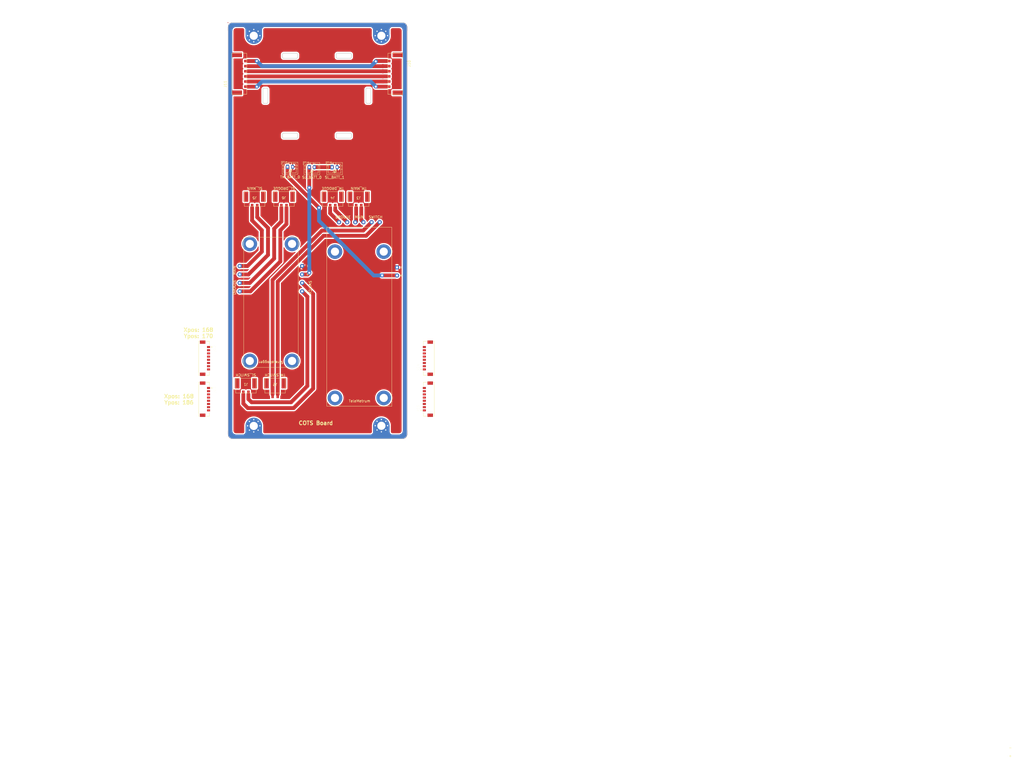
<source format=kicad_pcb>
(kicad_pcb (version 20171130) (host pcbnew "(5.1.7)-1")
  (layers (0 F.Cu signal) (31 B.Cu signal) (34 B.Paste user) (35 F.Paste user) (36 B.SilkS user) (37 F.SilkS user) (38 B.Mask user) (39 F.Mask user) (44 Edge.Cuts user))
  (net 0 "")
  (net 1 SL_POWER_NEGATIVE)
  (net 2 SL_POWER_POSITIVE)
  (net 3 "Net-(A1-Pad2)")
  (net 4 "Net-(A1-Pad1)")
  (net 5 "Net-(A1-Pad8)")
  (net 6 "Net-(A1-Pad7)")
  (net 7 "Net-(A1-Pad6)")
  (net 8 "Net-(A1-Pad5)")
  (net 9 TM_POWER_POSITIVE)
  (net 10 "Net-(A2-Pad8)")
  (net 11 "Net-(A2-Pad7)")
  (net 12 "Net-(A2-Pad6)")
  (net 13 "Net-(A2-Pad5)")
  (net 14 "Net-(A2-Pad4)")
  (net 15 "Net-(A2-Pad3)")
  (net 16 "Net-(J1-Pad4)")
  (net 17 "Net-(J1-Pad3)")
  (net 18 "Net-(J2-Pad4)")
  (net 19 "Net-(J2-Pad3)")
  (net 20 "Net-(J3-Pad4)")
  (net 21 "Net-(J3-Pad3)")
  (net 22 "Net-(J4-Pad4)")
  (net 23 "Net-(J4-Pad3)")
  (net 24 "Net-(J5-Pad4)")
  (net 25 "Net-(J5-Pad3)")
  (net 26 "Net-(J6-Pad4)")
  (net 27 "Net-(J6-Pad3)")
  (net 28 "Net-(J7-Pad2)")
  (net 29 "Net-(J10-Pad6)")
  (net 30 "Net-(J10-Pad5)")
  (net 31 "Net-(J10-Pad4)")
  (net 32 "Net-(J10-Pad3)")
  (net 33 "Net-(J10-PadP2)")
  (net 34 "Net-(J10-PadP1)")
  (net 35 "Net-(J10-Pad2)")
  (net 36 "Net-(J10-Pad1)")
  (net 37 "Net-(J11-PadP2)")
  (net 38 "Net-(J11-PadP1)")
  (net 39 "Net-(J12-PadP2)")
  (net 40 "Net-(J12-PadP1)")
  (net 41 "Net-(J12-Pad8)")
  (net 42 "Net-(J12-Pad7)")
  (net 43 "Net-(J12-Pad6)")
  (net 44 "Net-(J12-Pad5)")
  (net 45 "Net-(J12-Pad4)")
  (net 46 "Net-(J12-Pad3)")
  (net 47 "Net-(J12-Pad2)")
  (net 48 "Net-(J12-Pad1)")
  (net 49 "Net-(J13-PadP2)")
  (net 50 "Net-(J13-PadP1)")
  (net 51 "Net-(J13-Pad8)")
  (net 52 "Net-(J13-Pad7)")
  (net 53 "Net-(J13-Pad6)")
  (net 54 "Net-(J13-Pad5)")
  (net 55 "Net-(J13-Pad4)")
  (net 56 "Net-(J13-Pad3)")
  (net 57 "Net-(J13-Pad2)")
  (net 58 "Net-(J13-Pad1)")
  (net 59 "Net-(J14-PadP2)")
  (net 60 "Net-(J14-PadP1)")
  (net 61 "Net-(J15-PadP2)")
  (net 62 "Net-(J15-PadP1)")
  (module "" (layer F.Cu) (at 232.25 137.5)
    (fp_text reference "" (at 242.78 186) (layer F.SilkS) (effects (font (size 1.27 1.27))))
    (fp_text value "" (at 242.78 186) (layer F.SilkS) (effects (font (size 1.27 1.27))))
    (fp_text user - (at 237.666 184.6511 -180) (layer F.SilkS))
    (fp_text user + (at 237.666 187.8261 -180) (layer F.SilkS))
  )
  (module "Molex 8 Circuit 1.25mm:MOLEX_505567-0871" (layer F.Cu) (at 242.78 186 90)
    (fp_text reference J15 (at -3.62924 -4.18989 90) (layer F.SilkS) (effects (font (size 1.001165 1.001165) (thickness 0.015))))
    (fp_text value 505567-0871)
    (pad P2 smd rect (at -6.275 0.545 90) (size 1.3 2.15) (layers F.Cu F.Paste F.Mask) (net 61 "Net-(J15-PadP2)"))
    (pad P1 smd rect (at 6.275 0.545 90) (size 1.3 2.15) (layers F.Cu F.Paste F.Mask) (net 62 "Net-(J15-PadP1)"))
    (pad 8 smd rect (at 4.375 -1.75 90) (size 0.8 1.2) (layers F.Cu F.Paste F.Mask) (net 51 "Net-(J13-Pad8)"))
    (pad 7 smd rect (at 3.125 -1.75 90) (size 0.8 1.2) (layers F.Cu F.Paste F.Mask) (net 52 "Net-(J13-Pad7)"))
    (pad 6 smd rect (at 1.875 -1.75 90) (size 0.8 1.2) (layers F.Cu F.Paste F.Mask) (net 53 "Net-(J13-Pad6)"))
    (pad 5 smd rect (at 0.625 -1.75 90) (size 0.8 1.2) (layers F.Cu F.Paste F.Mask) (net 54 "Net-(J13-Pad5)"))
    (pad 4 smd rect (at -0.625 -1.75 90) (size 0.8 1.2) (layers F.Cu F.Paste F.Mask) (net 55 "Net-(J13-Pad4)"))
    (pad 3 smd rect (at -1.875 -1.75 90) (size 0.8 1.2) (layers F.Cu F.Paste F.Mask) (net 56 "Net-(J13-Pad3)"))
    (pad 2 smd rect (at -3.125 -1.75 90) (size 0.8 1.2) (layers F.Cu F.Paste F.Mask) (net 57 "Net-(J13-Pad2)"))
    (pad 1 smd rect (at -4.375 -1.75 90) (size 0.8 1.2) (layers F.Cu F.Paste F.Mask) (net 58 "Net-(J13-Pad1)"))
  )
  (module "Molex 8 Circuit 1.25mm:MOLEX_505567-0871" (layer F.Cu) (at 242.78 170 90)
    (fp_text reference J14 (at -3.62924 -4.18989 90) (layer F.SilkS) (effects (font (size 1.001165 1.001165) (thickness 0.015))))
    (fp_text value 505567-0871)
    (pad P2 smd rect (at -6.275 0.545 90) (size 1.3 2.15) (layers F.Cu F.Paste F.Mask) (net 59 "Net-(J14-PadP2)"))
    (pad P1 smd rect (at 6.275 0.545 90) (size 1.3 2.15) (layers F.Cu F.Paste F.Mask) (net 60 "Net-(J14-PadP1)"))
    (pad 8 smd rect (at 4.375 -1.75 90) (size 0.8 1.2) (layers F.Cu F.Paste F.Mask) (net 41 "Net-(J12-Pad8)"))
    (pad 7 smd rect (at 3.125 -1.75 90) (size 0.8 1.2) (layers F.Cu F.Paste F.Mask) (net 42 "Net-(J12-Pad7)"))
    (pad 6 smd rect (at 1.875 -1.75 90) (size 0.8 1.2) (layers F.Cu F.Paste F.Mask) (net 43 "Net-(J12-Pad6)"))
    (pad 5 smd rect (at 0.625 -1.75 90) (size 0.8 1.2) (layers F.Cu F.Paste F.Mask) (net 44 "Net-(J12-Pad5)"))
    (pad 4 smd rect (at -0.625 -1.75 90) (size 0.8 1.2) (layers F.Cu F.Paste F.Mask) (net 45 "Net-(J12-Pad4)"))
    (pad 3 smd rect (at -1.875 -1.75 90) (size 0.8 1.2) (layers F.Cu F.Paste F.Mask) (net 46 "Net-(J12-Pad3)"))
    (pad 2 smd rect (at -3.125 -1.75 90) (size 0.8 1.2) (layers F.Cu F.Paste F.Mask) (net 47 "Net-(J12-Pad2)"))
    (pad 1 smd rect (at -4.375 -1.75 90) (size 0.8 1.2) (layers F.Cu F.Paste F.Mask) (net 48 "Net-(J12-Pad1)"))
  )
  (module "Molex 8 Circuit 1.25mm:MOLEX_505567-0871" (layer F.Cu) (at 154.98 186 270)
    (fp_text reference J13 (at -3.62924 -4.18989 90) (layer F.SilkS) (effects (font (size 1.001165 1.001165) (thickness 0.015))))
    (fp_text value 505567-0871)
    (pad P2 smd rect (at -6.275 0.545 270) (size 1.3 2.15) (layers F.Cu F.Paste F.Mask) (net 49 "Net-(J13-PadP2)"))
    (pad P1 smd rect (at 6.275 0.545 270) (size 1.3 2.15) (layers F.Cu F.Paste F.Mask) (net 50 "Net-(J13-PadP1)"))
    (pad 8 smd rect (at 4.375 -1.75 270) (size 0.8 1.2) (layers F.Cu F.Paste F.Mask) (net 51 "Net-(J13-Pad8)"))
    (pad 7 smd rect (at 3.125 -1.75 270) (size 0.8 1.2) (layers F.Cu F.Paste F.Mask) (net 52 "Net-(J13-Pad7)"))
    (pad 6 smd rect (at 1.875 -1.75 270) (size 0.8 1.2) (layers F.Cu F.Paste F.Mask) (net 53 "Net-(J13-Pad6)"))
    (pad 5 smd rect (at 0.625 -1.75 270) (size 0.8 1.2) (layers F.Cu F.Paste F.Mask) (net 54 "Net-(J13-Pad5)"))
    (pad 4 smd rect (at -0.625 -1.75 270) (size 0.8 1.2) (layers F.Cu F.Paste F.Mask) (net 55 "Net-(J13-Pad4)"))
    (pad 3 smd rect (at -1.875 -1.75 270) (size 0.8 1.2) (layers F.Cu F.Paste F.Mask) (net 56 "Net-(J13-Pad3)"))
    (pad 2 smd rect (at -3.125 -1.75 270) (size 0.8 1.2) (layers F.Cu F.Paste F.Mask) (net 57 "Net-(J13-Pad2)"))
    (pad 1 smd rect (at -4.375 -1.75 270) (size 0.8 1.2) (layers F.Cu F.Paste F.Mask) (net 58 "Net-(J13-Pad1)"))
  )
  (module "Molex 8 Circuit 1.25mm:MOLEX_505567-0871" (layer F.Cu) (at 154.98 170 270)
    (fp_text reference J12 (at -3.62924 -4.18989 90) (layer F.SilkS) (effects (font (size 1.001165 1.001165) (thickness 0.015))))
    (fp_text value 505567-0871)
    (pad P2 smd rect (at -6.275 0.545 270) (size 1.3 2.15) (layers F.Cu F.Paste F.Mask) (net 39 "Net-(J12-PadP2)"))
    (pad P1 smd rect (at 6.275 0.545 270) (size 1.3 2.15) (layers F.Cu F.Paste F.Mask) (net 40 "Net-(J12-PadP1)"))
    (pad 8 smd rect (at 4.375 -1.75 270) (size 0.8 1.2) (layers F.Cu F.Paste F.Mask) (net 41 "Net-(J12-Pad8)"))
    (pad 7 smd rect (at 3.125 -1.75 270) (size 0.8 1.2) (layers F.Cu F.Paste F.Mask) (net 42 "Net-(J12-Pad7)"))
    (pad 6 smd rect (at 1.875 -1.75 270) (size 0.8 1.2) (layers F.Cu F.Paste F.Mask) (net 43 "Net-(J12-Pad6)"))
    (pad 5 smd rect (at 0.625 -1.75 270) (size 0.8 1.2) (layers F.Cu F.Paste F.Mask) (net 44 "Net-(J12-Pad5)"))
    (pad 4 smd rect (at -0.625 -1.75 270) (size 0.8 1.2) (layers F.Cu F.Paste F.Mask) (net 45 "Net-(J12-Pad4)"))
    (pad 3 smd rect (at -1.875 -1.75 270) (size 0.8 1.2) (layers F.Cu F.Paste F.Mask) (net 46 "Net-(J12-Pad3)"))
    (pad 2 smd rect (at -3.125 -1.75 270) (size 0.8 1.2) (layers F.Cu F.Paste F.Mask) (net 47 "Net-(J12-Pad2)"))
    (pad 1 smd rect (at -4.375 -1.75 270) (size 0.8 1.2) (layers F.Cu F.Paste F.Mask) (net 48 "Net-(J12-Pad1)"))
  )
  (module COTS_Altimeters:TeleMetrum (layer F.Cu) (at 215.646 153.797 270)
    (fp_text reference A2)
    (fp_text value TeleMetrum (at 32.925 -0.0508 180) (layer F.SilkS))
    (fp_text user - (at -19.2659 -16.29 90) (layer F.SilkS))
    (fp_text user + (at -16.0909 -16.29 90) (layer F.SilkS))
    (fp_text user DROGUE (at -38.925 6.35 180) (layer F.SilkS))
    (fp_text user MAIN (at -38.925 0 180) (layer F.SilkS))
    (fp_text user SWITCH (at -38.925 -6.35 180) (layer F.SilkS))
    (pad ~ thru_hole circle (at 31.7246 9.525 270) (size 3.6 3.6) (drill 3.2) (layers *.Cu *.Mask))
    (pad ~ connect circle (at 31.7246 9.525 270) (size 5.7 5.7) (layers F.Cu F.Mask))
    (pad ~ connect circle (at 31.7246 9.525 270) (size 5.7 5.7) (layers B.Cu B.Mask))
    (pad ~ thru_hole circle (at 31.7246 -9.525 270) (size 3.6 3.6) (drill 3.2) (layers *.Cu *.Mask))
    (pad ~ connect circle (at 31.7246 -9.525 270) (size 5.7 5.7) (layers F.Cu F.Mask))
    (pad ~ connect circle (at 31.7246 -9.525 270) (size 5.7 5.7) (layers B.Cu B.Mask))
    (pad ~ connect circle (at -25.4254 9.525 270) (size 5.7 5.7) (layers B.Cu B.Mask))
    (pad ~ thru_hole circle (at -25.4254 9.525 270) (size 3.6 3.6) (drill 3.2) (layers *.Cu *.Mask))
    (pad ~ connect circle (at -25.4254 9.525 270) (size 5.7 5.7) (layers F.Cu F.Mask))
    (pad ~ connect circle (at -25.4254 -9.525 270) (size 5.7 5.7) (layers B.Cu B.Mask))
    (pad ~ thru_hole circle (at -25.4254 -9.525 270) (size 3.6 3.6) (drill 3.2) (layers *.Cu *.Mask))
    (pad ~ connect circle (at -25.4254 -9.525 270) (size 5.7 5.7) (layers F.Cu F.Mask))
    (pad 2 thru_hole circle (at -19.2659 -14.7 270) (size 1.66 1.66) (drill 0.762) (layers *.Cu *.Mask) (net 1 SL_POWER_NEGATIVE))
    (pad 1 thru_hole circle (at -16.0909 -14.7 270) (size 1.66 1.66) (drill 0.762) (layers *.Cu *.Mask) (net 9 TM_POWER_POSITIVE))
    (pad 8 thru_hole circle (at -36.925 7.9375 270) (size 1.66 1.66) (drill 0.762) (layers *.Cu *.Mask) (net 10 "Net-(A2-Pad8)"))
    (pad 7 thru_hole circle (at -36.925 4.7625 270) (size 1.66 1.66) (drill 0.762) (layers *.Cu *.Mask) (net 11 "Net-(A2-Pad7)"))
    (pad 6 thru_hole circle (at -36.925 1.5875 270) (size 1.66 1.66) (drill 0.762) (layers *.Cu *.Mask) (net 12 "Net-(A2-Pad6)"))
    (pad 5 thru_hole circle (at -36.925 -1.5875 270) (size 1.66 1.66) (drill 0.762) (layers *.Cu *.Mask) (net 13 "Net-(A2-Pad5)"))
    (pad 4 thru_hole circle (at -36.925 -4.7625 270) (size 1.66 1.66) (drill 0.762) (layers *.Cu *.Mask) (net 14 "Net-(A2-Pad4)"))
    (pad 3 thru_hole circle (at -36.925 -7.9375 270) (size 1.66 1.66) (drill 0.762) (layers *.Cu *.Mask) (net 15 "Net-(A2-Pad3)"))
  )
  (module "Molex 6 Circuit 2:505578-0671" (layer F.Cu) (at 165.82 58.92 90)
    (fp_text reference J11 (at -4 -2.54 90) (layer F.SilkS))
    (fp_text value 505578-0671)
    (pad 6 smd rect (at 5 6.3 90) (size 1 3) (layers F.Cu F.Paste F.Mask) (net 36 "Net-(J10-Pad1)"))
    (pad 5 smd rect (at 3 6.3 90) (size 1 3) (layers F.Cu F.Paste F.Mask) (net 35 "Net-(J10-Pad2)"))
    (pad 4 smd rect (at 1 6.3 90) (size 1 3) (layers F.Cu F.Paste F.Mask) (net 32 "Net-(J10-Pad3)"))
    (pad 3 smd rect (at -1 6.3 90) (size 1 3) (layers F.Cu F.Paste F.Mask) (net 31 "Net-(J10-Pad4)"))
    (pad P2 smd rect (at 7.4 2 90) (size 1.8 4) (layers F.Cu F.Paste F.Mask) (net 37 "Net-(J11-PadP2)"))
    (pad P1 smd rect (at -7.4 2 90) (size 1.8 4) (layers F.Cu F.Paste F.Mask) (net 38 "Net-(J11-PadP1)"))
    (pad 2 smd rect (at -3 6.3 90) (size 1 3) (layers F.Cu F.Paste F.Mask) (net 30 "Net-(J10-Pad5)"))
    (pad 1 smd rect (at -5 6.3 90) (size 1 3) (layers F.Cu F.Paste F.Mask) (net 29 "Net-(J10-Pad6)"))
  )
  (module "Molex 6 Circuit 2:505578-0671" (layer F.Cu) (at 232.62 58.92 270)
    (fp_text reference J10 (at -4 -2.54 90) (layer F.SilkS))
    (fp_text value 505578-0671)
    (pad 6 smd rect (at 5 6.3 270) (size 1 3) (layers F.Cu F.Paste F.Mask) (net 29 "Net-(J10-Pad6)"))
    (pad 5 smd rect (at 3 6.3 270) (size 1 3) (layers F.Cu F.Paste F.Mask) (net 30 "Net-(J10-Pad5)"))
    (pad 4 smd rect (at 1 6.3 270) (size 1 3) (layers F.Cu F.Paste F.Mask) (net 31 "Net-(J10-Pad4)"))
    (pad 3 smd rect (at -1 6.3 270) (size 1 3) (layers F.Cu F.Paste F.Mask) (net 32 "Net-(J10-Pad3)"))
    (pad P2 smd rect (at 7.4 2 270) (size 1.8 4) (layers F.Cu F.Paste F.Mask) (net 33 "Net-(J10-PadP2)"))
    (pad P1 smd rect (at -7.4 2 270) (size 1.8 4) (layers F.Cu F.Paste F.Mask) (net 34 "Net-(J10-PadP1)"))
    (pad 2 smd rect (at -3 6.3 270) (size 1 3) (layers F.Cu F.Paste F.Mask) (net 35 "Net-(J10-Pad2)"))
    (pad 1 smd rect (at -5 6.3 270) (size 1 3) (layers F.Cu F.Paste F.Mask) (net 36 "Net-(J10-Pad1)"))
  )
  (module 505575-0271:505575-0271 (layer F.Cu) (at 171.323 177.8)
    (fp_text reference J1 (at 0 2.46 180 unlocked) (layer F.SilkS))
    (fp_text value SL_SWITCH (at 0 -1.27 180 unlocked) (layer F.SilkS))
    (pad 4 smd rect (at 3.4 2) (size 1.8 4) (layers F.Cu F.Paste F.Mask) (net 16 "Net-(J1-Pad4)"))
    (pad 3 smd rect (at -3.4 2) (size 1.8 4) (layers F.Cu F.Paste F.Mask) (net 17 "Net-(J1-Pad3)"))
    (pad 2 smd rect (at 1 6.3) (size 1 3) (layers F.Cu F.Paste F.Mask) (net 4 "Net-(A1-Pad1)"))
    (pad 1 smd rect (at -1 6.3) (size 1 3) (layers F.Cu F.Paste F.Mask) (net 3 "Net-(A1-Pad2)"))
  )
  (module 505575-0271:505575-0271 (layer F.Cu) (at 182.753 177.8)
    (fp_text reference J2 (at 0 2.46 180 unlocked) (layer F.SilkS))
    (fp_text value TM_SWITCH (at 0 -1.27 180 unlocked) (layer F.SilkS))
    (pad 4 smd rect (at 3.4 2) (size 1.8 4) (layers F.Cu F.Paste F.Mask) (net 18 "Net-(J2-Pad4)"))
    (pad 3 smd rect (at -3.4 2) (size 1.8 4) (layers F.Cu F.Paste F.Mask) (net 19 "Net-(J2-Pad3)"))
    (pad 2 smd rect (at 1 6.3) (size 1 3) (layers F.Cu F.Paste F.Mask) (net 15 "Net-(A2-Pad3)"))
    (pad 1 smd rect (at -1 6.3) (size 1 3) (layers F.Cu F.Paste F.Mask) (net 14 "Net-(A2-Pad4)"))
  )
  (module 505575-0271:505575-0271 (layer F.Cu) (at 205.232 104.902)
    (fp_text reference J4 (at 0 2.46 180 unlocked) (layer F.SilkS))
    (fp_text value TM_DROGUE (at 0 -1.27 180 unlocked) (layer F.SilkS))
    (pad 4 smd rect (at 3.4 2) (size 1.8 4) (layers F.Cu F.Paste F.Mask) (net 22 "Net-(J4-Pad4)"))
    (pad 3 smd rect (at -3.4 2) (size 1.8 4) (layers F.Cu F.Paste F.Mask) (net 23 "Net-(J4-Pad3)"))
    (pad 2 smd rect (at 1 6.3) (size 1 3) (layers F.Cu F.Paste F.Mask) (net 11 "Net-(A2-Pad7)"))
    (pad 1 smd rect (at -1 6.3) (size 1 3) (layers F.Cu F.Paste F.Mask) (net 10 "Net-(A2-Pad8)"))
  )
  (module 505575-0271:505575-0271 (layer F.Cu) (at 186.182 104.902)
    (fp_text reference J6 (at 0 2.46 180 unlocked) (layer F.SilkS))
    (fp_text value SL_DROGUE (at 0 -1.27 180 unlocked) (layer F.SilkS))
    (pad 4 smd rect (at 3.4 2) (size 1.8 4) (layers F.Cu F.Paste F.Mask) (net 26 "Net-(J6-Pad4)"))
    (pad 3 smd rect (at -3.4 2) (size 1.8 4) (layers F.Cu F.Paste F.Mask) (net 27 "Net-(J6-Pad3)"))
    (pad 2 smd rect (at 1 6.3) (size 1 3) (layers F.Cu F.Paste F.Mask) (net 8 "Net-(A1-Pad5)"))
    (pad 1 smd rect (at -1 6.3) (size 1 3) (layers F.Cu F.Paste F.Mask) (net 7 "Net-(A1-Pad6)"))
  )
  (module 505575-0271:505575-0271 (layer F.Cu) (at 215.392 104.902)
    (fp_text reference J3 (at 0 2.46 180 unlocked) (layer F.SilkS))
    (fp_text value TM_MAIN (at 0 -1.27 180 unlocked) (layer F.SilkS))
    (pad 4 smd rect (at 3.4 2) (size 1.8 4) (layers F.Cu F.Paste F.Mask) (net 20 "Net-(J3-Pad4)"))
    (pad 3 smd rect (at -3.4 2) (size 1.8 4) (layers F.Cu F.Paste F.Mask) (net 21 "Net-(J3-Pad3)"))
    (pad 2 smd rect (at 1 6.3) (size 1 3) (layers F.Cu F.Paste F.Mask) (net 13 "Net-(A2-Pad5)"))
    (pad 1 smd rect (at -1 6.3) (size 1 3) (layers F.Cu F.Paste F.Mask) (net 12 "Net-(A2-Pad6)"))
  )
  (module 505575-0271:505575-0271 (layer F.Cu) (at 174.752 104.902)
    (fp_text reference J5 (at 0 2.46 180 unlocked) (layer F.SilkS))
    (fp_text value SL_MAIN (at 0 -1.27 180 unlocked) (layer F.SilkS))
    (pad 4 smd rect (at 3.4 2) (size 1.8 4) (layers F.Cu F.Paste F.Mask) (net 24 "Net-(J5-Pad4)"))
    (pad 3 smd rect (at -3.4 2) (size 1.8 4) (layers F.Cu F.Paste F.Mask) (net 25 "Net-(J5-Pad3)"))
    (pad 2 smd rect (at 1 6.3) (size 1 3) (layers F.Cu F.Paste F.Mask) (net 6 "Net-(A1-Pad7)"))
    (pad 1 smd rect (at -1 6.3) (size 1 3) (layers F.Cu F.Paste F.Mask) (net 5 "Net-(A1-Pad8)"))
  )
  (module COTS_Altimeters:StratoLogger (layer F.Cu) (at 181.102 148.209 90)
    (fp_text reference A1 hide)
    (fp_text value StratoLogger (at -23.4 0 180 unlocked) (layer F.SilkS))
    (fp_text user - (at 14.224 14.188 90) (layer F.SilkS))
    (fp_text user + (at 10.922 14.188 90) (layer F.SilkS))
    (fp_text user SWITCH (at 5.819 15.308 -90 unlocked) (layer F.SilkS))
    (fp_text user MAIN (at 12.573 -14.188 90) (layer F.SilkS))
    (fp_text user DROGUE (at 5.969 -14.188 90) (layer F.SilkS))
    (pad ~ thru_hole circle (at 22.86 8.255 90) (size 3.6 3.6) (drill 3.2) (layers *.Cu *.Mask))
    (pad ~ connect circle (at 22.86 8.255 90) (size 5.7 5.7) (layers F.Cu F.Mask))
    (pad ~ connect circle (at 22.86 8.255 90) (size 5.7 5.7) (layers B.Cu B.Mask))
    (pad ~ thru_hole circle (at 22.86 -8.255 90) (size 3.6 3.6) (drill 3.2) (layers *.Cu *.Mask))
    (pad ~ connect circle (at 22.86 -8.255 90) (size 5.7 5.7) (layers F.Cu F.Mask))
    (pad ~ connect circle (at 22.86 -8.255 90) (size 5.7 5.7) (layers B.Cu B.Mask))
    (pad ~ thru_hole circle (at -22.86 8.255 90) (size 3.6 3.6) (drill 3.2) (layers *.Cu *.Mask))
    (pad ~ connect circle (at -22.86 8.255 90) (size 5.7 5.7) (layers F.Cu F.Mask))
    (pad ~ connect circle (at -22.86 8.255 90) (size 5.7 5.7) (layers B.Cu B.Mask))
    (pad ~ thru_hole circle (at -22.86 -8.255 90) (size 3.6 3.6) (drill 3.2) (layers *.Cu *.Mask))
    (pad ~ connect circle (at -22.86 -8.255 90) (size 5.7 5.7) (layers F.Cu F.Mask))
    (pad ~ connect circle (at -22.86 -8.255 90) (size 5.7 5.7) (layers B.Cu B.Mask))
    (pad 4 thru_hole circle (at 14.224 12.188 90) (size 1.66 1.66) (drill 0.762) (layers *.Cu *.Mask) (net 1 SL_POWER_NEGATIVE))
    (pad 3 thru_hole circle (at 10.922 12.188 90) (size 1.66 1.66) (drill 0.762) (layers *.Cu *.Mask) (net 2 SL_POWER_POSITIVE))
    (pad 2 thru_hole circle (at 7.62 12.188 90) (size 1.66 1.66) (drill 0.762) (layers *.Cu *.Mask) (net 3 "Net-(A1-Pad2)"))
    (pad 1 thru_hole circle (at 4.318 12.188 90) (size 1.66 1.66) (drill 0.762) (layers *.Cu *.Mask) (net 4 "Net-(A1-Pad1)"))
    (pad 8 thru_hole circle (at 14.224 -12.188 90) (size 1.66 1.66) (drill 0.762) (layers *.Cu *.Mask) (net 5 "Net-(A1-Pad8)"))
    (pad 7 thru_hole circle (at 10.922 -12.188 90) (size 1.66 1.66) (drill 0.762) (layers *.Cu *.Mask) (net 6 "Net-(A1-Pad7)"))
    (pad 6 thru_hole circle (at 7.62 -12.188 90) (size 1.66 1.66) (drill 0.762) (layers *.Cu *.Mask) (net 7 "Net-(A1-Pad6)"))
    (pad 5 thru_hole circle (at 4.318 -12.188 90) (size 1.66 1.66) (drill 0.762) (layers *.Cu *.Mask) (net 8 "Net-(A1-Pad5)"))
  )
  (module MountingHole:MountingHole_3.2mm_M3_Pad_Via (layer F.Cu) (at 224.25 196.3492)
    (fp_text reference REF** hide)
    (fp_text value MountingHole_3.2mm_M3_Pad_Via hide)
    (pad "" thru_hole circle (at 0 0.0508) (size 6.4 6.4) (drill 3.2) (layers *.Cu *.Mask))
    (pad 1 thru_hole circle (at 2.4 0) (size 0.8 0.8) (drill 0.5) (layers *.Cu *.Mask))
    (pad 1 thru_hole circle (at 1.697056 1.697056) (size 0.8 0.8) (drill 0.5) (layers *.Cu *.Mask))
    (pad 1 thru_hole circle (at 0 2.4) (size 0.8 0.8) (drill 0.5) (layers *.Cu *.Mask))
    (pad 1 thru_hole circle (at -1.697056 1.697056) (size 0.8 0.8) (drill 0.5) (layers *.Cu *.Mask))
    (pad 1 thru_hole circle (at -2.4 0) (size 0.8 0.8) (drill 0.5) (layers *.Cu *.Mask))
    (pad 1 thru_hole circle (at -1.697056 -1.697056) (size 0.8 0.8) (drill 0.5) (layers *.Cu *.Mask))
    (pad 1 thru_hole circle (at 0 -2.4) (size 0.8 0.8) (drill 0.5) (layers *.Cu *.Mask))
    (pad 1 thru_hole circle (at 1.697056 -1.697056) (size 0.8 0.8) (drill 0.5) (layers *.Cu *.Mask))
  )
  (module MountingHole:MountingHole_3.2mm_M3_Pad_Via (layer F.Cu) (at 174.4 196.4)
    (fp_text reference REF** hide)
    (fp_text value MountingHole_3.2mm_M3_Pad_Via hide)
    (pad "" thru_hole circle (at 0 0.0508) (size 6.4 6.4) (drill 3.2) (layers *.Cu *.Mask))
    (pad 1 thru_hole circle (at 2.4 0) (size 0.8 0.8) (drill 0.5) (layers *.Cu *.Mask))
    (pad 1 thru_hole circle (at 1.697056 1.697056) (size 0.8 0.8) (drill 0.5) (layers *.Cu *.Mask))
    (pad 1 thru_hole circle (at 0 2.4) (size 0.8 0.8) (drill 0.5) (layers *.Cu *.Mask))
    (pad 1 thru_hole circle (at -1.697056 1.697056) (size 0.8 0.8) (drill 0.5) (layers *.Cu *.Mask))
    (pad 1 thru_hole circle (at -2.4 0) (size 0.8 0.8) (drill 0.5) (layers *.Cu *.Mask))
    (pad 1 thru_hole circle (at -1.697056 -1.697056) (size 0.8 0.8) (drill 0.5) (layers *.Cu *.Mask))
    (pad 1 thru_hole circle (at 0 -2.4) (size 0.8 0.8) (drill 0.5) (layers *.Cu *.Mask))
    (pad 1 thru_hole circle (at 1.697056 -1.697056) (size 0.8 0.8) (drill 0.5) (layers *.Cu *.Mask))
  )
  (module MountingHole:MountingHole_3.2mm_M3_Pad_Via (layer F.Cu) (at 174.4 44)
    (fp_text reference REF** hide)
    (fp_text value MountingHole_3.2mm_M3_Pad_Via hide)
    (pad "" thru_hole circle (at 0 0.0508) (size 6.4 6.4) (drill 3.2) (layers *.Cu *.Mask))
    (pad 1 thru_hole circle (at 2.4 0) (size 0.8 0.8) (drill 0.5) (layers *.Cu *.Mask))
    (pad 1 thru_hole circle (at 1.697056 1.697056) (size 0.8 0.8) (drill 0.5) (layers *.Cu *.Mask))
    (pad 1 thru_hole circle (at 0 2.4) (size 0.8 0.8) (drill 0.5) (layers *.Cu *.Mask))
    (pad 1 thru_hole circle (at -1.697056 1.697056) (size 0.8 0.8) (drill 0.5) (layers *.Cu *.Mask))
    (pad 1 thru_hole circle (at -2.4 0) (size 0.8 0.8) (drill 0.5) (layers *.Cu *.Mask))
    (pad 1 thru_hole circle (at -1.697056 -1.697056) (size 0.8 0.8) (drill 0.5) (layers *.Cu *.Mask))
    (pad 1 thru_hole circle (at 0 -2.4) (size 0.8 0.8) (drill 0.5) (layers *.Cu *.Mask))
    (pad 1 thru_hole circle (at 1.697056 -1.697056) (size 0.8 0.8) (drill 0.5) (layers *.Cu *.Mask))
  )
  (module MountingHole:MountingHole_3.2mm_M3_Pad_Via (layer F.Cu) (at 224.25 44)
    (fp_text reference REF** hide)
    (fp_text value MountingHole_3.2mm_M3_Pad_Via hide)
    (pad "" thru_hole circle (at 0 0.0508) (size 6.4 6.4) (drill 3.2) (layers *.Cu *.Mask))
    (pad 1 thru_hole circle (at 2.4 0) (size 0.8 0.8) (drill 0.5) (layers *.Cu *.Mask))
    (pad 1 thru_hole circle (at 1.697056 1.697056) (size 0.8 0.8) (drill 0.5) (layers *.Cu *.Mask))
    (pad 1 thru_hole circle (at 0 2.4) (size 0.8 0.8) (drill 0.5) (layers *.Cu *.Mask))
    (pad 1 thru_hole circle (at -1.697056 1.697056) (size 0.8 0.8) (drill 0.5) (layers *.Cu *.Mask))
    (pad 1 thru_hole circle (at -2.4 0) (size 0.8 0.8) (drill 0.5) (layers *.Cu *.Mask))
    (pad 1 thru_hole circle (at -1.697056 -1.697056) (size 0.8 0.8) (drill 0.5) (layers *.Cu *.Mask))
    (pad 1 thru_hole circle (at 0 -2.4) (size 0.8 0.8) (drill 0.5) (layers *.Cu *.Mask))
    (pad 1 thru_hole circle (at 1.697056 -1.697056) (size 0.8 0.8) (drill 0.5) (layers *.Cu *.Mask))
  )
  (module Connector_JST:JST_PH_B2B-PH-K_1x02_P2.00mm_Vertical (layer F.Cu) (at 187.579 95.25)
    (fp_text reference J9)
    (fp_text value TM_BATT_0 (at 1 4) (layer F.SilkS))
    (fp_text user %R (at 1 1.5) (layer F.SilkS))
    (pad 2 thru_hole oval (at 2 0) (size 1.2 1.75) (drill 0.75) (layers *.Cu *.Mask) (net 1 SL_POWER_NEGATIVE))
    (pad 1 thru_hole roundrect (at 0 0) (size 1.2 1.75) (drill 0.75) (layers *.Cu *.Mask) (roundrect_rratio 0.208333) (net 9 TM_POWER_POSITIVE))
  )
  (module Connector_JST:JST_PH_B2B-PH-K_1x02_P2.00mm_Vertical (layer F.Cu) (at 204.978 95.377)
    (fp_text reference J8)
    (fp_text value SL_BATT_1 (at 1 4) (layer F.SilkS))
    (fp_text user %R (at 1 1.5) (layer F.SilkS))
    (pad 2 thru_hole oval (at 2 0) (size 1.2 1.75) (drill 0.75) (layers *.Cu *.Mask) (net 1 SL_POWER_NEGATIVE))
    (pad 1 thru_hole roundrect (at 0 0) (size 1.2 1.75) (drill 0.75) (layers *.Cu *.Mask) (roundrect_rratio 0.208333) (net 28 "Net-(J7-Pad2)"))
  )
  (module Connector_JST:JST_PH_B2B-PH-K_1x02_P2.00mm_Vertical (layer F.Cu) (at 196.088 95.377)
    (fp_text reference J7)
    (fp_text value SL_BATT_0 (at 1 4) (layer F.SilkS))
    (fp_text user %R (at 1 1.5) (layer F.SilkS))
    (pad 2 thru_hole oval (at 2 0) (size 1.2 1.75) (drill 0.75) (layers *.Cu *.Mask) (net 28 "Net-(J7-Pad2)"))
    (pad 1 thru_hole roundrect (at 0 0) (size 1.2 1.75) (drill 0.75) (layers *.Cu *.Mask) (roundrect_rratio 0.208333) (net 2 SL_POWER_POSITIVE))
  )
  (gr_text + (at 195.19 143.9) (layer F.SilkS) (effects (font (size 1 1))))
  (gr_text "-\n" (at 195.02 140.83 90) (layer F.SilkS) (effects (font (size 1 1))))
  (gr_text "Xpos: 168\nYpos: 186" (at 145.17 186.09) (layer F.SilkS) (effects (font (size 1.5 1.5) (thickness 0.3))))
  (gr_text "Xpos: 168\nYpos: 170" (at 152.79 160.15) (layer F.SilkS) (effects (font (size 1.5 1.5) (thickness 0.3))))
  (gr_line (start 179.95975 69.98) (end 179.95975 64.98) (layer Edge.Cuts) (width 0.2))
  (gr_arc (start 178.45975 69.98) (end 177.95975 69.98) (angle -90) (layer Edge.Cuts) (width 0.2))
  (gr_line (start 177.95975 64.98) (end 177.95975 69.98) (layer Edge.Cuts) (width 0.2))
  (gr_line (start 191.57 83.58) (end 191.57 82.58) (layer Edge.Cuts) (width 0.2))
  (gr_line (start 206.57 82.58) (end 206.57 83.58) (layer Edge.Cuts) (width 0.2))
  (gr_line (start 206.57 52.38) (end 206.57 51.38) (layer Edge.Cuts) (width 0.2))
  (gr_line (start 185.57 52.38) (end 185.57 51.38) (layer Edge.Cuts) (width 0.2))
  (gr_line (start 212.57 83.58) (end 212.57 82.58) (layer Edge.Cuts) (width 0.2))
  (gr_arc (start 207.07 82.58) (end 207.07 82.08) (angle -90) (layer Edge.Cuts) (width 0.2))
  (gr_line (start 179.45975 64.48) (end 178.45975 64.48) (layer Edge.Cuts) (width 0.2))
  (gr_line (start 178.45975 70.48) (end 179.45975 70.48) (layer Edge.Cuts) (width 0.2))
  (gr_line (start 186.07 84.08) (end 191.07 84.08) (layer Edge.Cuts) (width 0.2))
  (gr_line (start 191.57 51.38) (end 191.57 52.38) (layer Edge.Cuts) (width 0.2))
  (gr_line (start 212.07 82.08) (end 207.07 82.08) (layer Edge.Cuts) (width 0.2))
  (gr_arc (start 178.45975 64.98) (end 178.45975 64.48) (angle -90) (layer Edge.Cuts) (width 0.2))
  (gr_line (start 207.07 50.88) (end 212.07 50.88) (layer Edge.Cuts) (width 0.2))
  (gr_arc (start 191.07 51.38) (end 191.57 51.38) (angle -90) (layer Edge.Cuts) (width 0.2))
  (gr_line (start 218.18025 64.98) (end 218.18025 69.98) (layer Edge.Cuts) (width 0.2))
  (gr_arc (start 212.07 51.38) (end 212.57 51.38) (angle -90) (layer Edge.Cuts) (width 0.2))
  (gr_line (start 185.57 82.58) (end 185.57 83.58) (layer Edge.Cuts) (width 0.2))
  (gr_line (start 186.07 50.88) (end 191.07 50.88) (layer Edge.Cuts) (width 0.2))
  (gr_line (start 207.07 84.08) (end 212.07 84.08) (layer Edge.Cuts) (width 0.2))
  (gr_line (start 212.07 52.88) (end 207.07 52.88) (layer Edge.Cuts) (width 0.2))
  (gr_line (start 191.07 82.08) (end 186.07 82.08) (layer Edge.Cuts) (width 0.2))
  (gr_line (start 219.68025 64.48) (end 218.68025 64.48) (layer Edge.Cuts) (width 0.2))
  (gr_line (start 212.57 51.38) (end 212.57 52.38) (layer Edge.Cuts) (width 0.2))
  (gr_line (start 220.18025 69.98) (end 220.18025 64.98) (layer Edge.Cuts) (width 0.2))
  (gr_arc (start 191.07 82.58) (end 191.57 82.58) (angle -90) (layer Edge.Cuts) (width 0.2))
  (gr_line (start 218.68025 70.48) (end 219.68025 70.48) (layer Edge.Cuts) (width 0.2))
  (gr_line (start 191.07 52.88) (end 186.07 52.88) (layer Edge.Cuts) (width 0.2))
  (gr_arc (start 186.07 82.58) (end 186.07 82.08) (angle -90) (layer Edge.Cuts) (width 0.2))
  (gr_arc (start 179.45975 64.98) (end 179.95975 64.98) (angle -90) (layer Edge.Cuts) (width 0.2))
  (gr_arc (start 219.68025 64.98) (end 220.18025 64.98) (angle -90) (layer Edge.Cuts) (width 0.2))
  (gr_arc (start 207.07 52.38) (end 206.57 52.38) (angle -90) (layer Edge.Cuts) (width 0.2))
  (gr_arc (start 212.07 82.58) (end 212.57 82.58) (angle -90) (layer Edge.Cuts) (width 0.2))
  (gr_arc (start 191.07 83.58) (end 191.07 84.08) (angle -90) (layer Edge.Cuts) (width 0.2))
  (gr_arc (start 218.68025 69.98) (end 218.18025 69.98) (angle -90) (layer Edge.Cuts) (width 0.2))
  (gr_arc (start 186.07 52.38) (end 185.57 52.38) (angle -90) (layer Edge.Cuts) (width 0.2))
  (gr_arc (start 207.07 51.38) (end 207.07 50.88) (angle -90) (layer Edge.Cuts) (width 0.2))
  (gr_arc (start 186.07 51.38) (end 186.07 50.88) (angle -90) (layer Edge.Cuts) (width 0.2))
  (gr_arc (start 191.07 52.38) (end 191.07 52.88) (angle -90) (layer Edge.Cuts) (width 0.2))
  (gr_arc (start 219.68025 69.98) (end 219.68025 70.48) (angle -90) (layer Edge.Cuts) (width 0.2))
  (gr_arc (start 212.07 52.38) (end 212.07 52.88) (angle -90) (layer Edge.Cuts) (width 0.2))
  (gr_arc (start 218.68025 64.98) (end 218.68025 64.48) (angle -90) (layer Edge.Cuts) (width 0.2))
  (gr_arc (start 207.07 83.58) (end 206.57 83.58) (angle -90) (layer Edge.Cuts) (width 0.2))
  (gr_arc (start 186.07 83.58) (end 185.57 83.58) (angle -90) (layer Edge.Cuts) (width 0.2))
  (gr_arc (start 212.07 83.58) (end 212.07 84.08) (angle -90) (layer Edge.Cuts) (width 0.2))
  (gr_arc (start 179.45975 69.98) (end 179.45975 70.48) (angle -90) (layer Edge.Cuts) (width 0.2))
  (gr_line (start 234.25 40.6) (end 234.25 199.8) (layer Edge.Cuts) (width 0.15))
  (gr_text "COTS Board" (at 198.628 195.326) (layer F.SilkS) (effects (font (size 1.5 1.5) (thickness 0.3))))
  (gr_arc (start 166 40.6) (end 166 39) (angle -90) (layer Edge.Cuts) (width 0.15))
  (gr_line (start 232.65 201.4) (end 166 201.4) (layer Edge.Cuts) (width 0.15))
  (gr_line (start 166 39) (end 232.65 39) (layer Edge.Cuts) (width 0.15))
  (gr_arc (start 232.65 199.8) (end 232.65 201.400001) (angle -90) (layer Edge.Cuts) (width 0.15))
  (gr_arc (start 166 199.8) (end 164.4 199.8) (angle -90) (layer Edge.Cuts) (width 0.15))
  (gr_line (start 164.4 199.8) (end 164.4 40.6) (layer Edge.Cuts) (width 0.15))
  (gr_arc (start 232.65 40.6) (end 234.25 40.6) (angle -90) (layer Edge.Cuts) (width 0.15))
  (gr_poly (pts (xy 165.9 199.8) (xy 164.4 199.8) (xy 164.4 40.6) (xy 165.9 40.6)) (layer F.Cu) (width 0.15))
  (gr_poly (pts (xy 232.7 40.5) (xy 166 40.5) (xy 166 39) (xy 232.7 39)) (layer F.Cu) (width 0.15))
  (gr_arc (start 166 40.6) (end 166 39) (angle -90) (layer F.Cu) (width 0.15))
  (gr_arc (start 167.5 42.1) (end 167.5 40.5) (angle -90) (layer F.Cu) (width 0.15))
  (gr_poly (pts (xy 167.4 40.5) (xy 166.9 40.6) (xy 166.5 40.8) (xy 166.2 41.1) (xy 166 41.5) (xy 165.9 42.1) (xy 164.4 42.1) (xy 164.4 40.6) (xy 164.5 40.2) (xy 164.7 39.8) (xy 165 39.4) (xy 165.6 39.1) (xy 166 39) (xy 167.4 39)) (layer F.Cu) (width 0.15))
  (gr_arc (start 232.65 40.6) (end 232.65 39) (angle 90) (layer F.Cu) (width 0.15))
  (gr_arc (start 231.15 42.1) (end 231.15 40.5) (angle 90) (layer F.Cu) (width 0.15))
  (gr_poly (pts (xy 231.25 40.5) (xy 231.75 40.6) (xy 232.15 40.8) (xy 232.45 41.1) (xy 232.65 41.5) (xy 232.75 42.1) (xy 234.25 42.1) (xy 234.25 40.6) (xy 234.15 40.2) (xy 233.95 39.8) (xy 233.65 39.4) (xy 233.05 39.1) (xy 232.65 39) (xy 231.25 39)) (layer F.Cu) (width 0.1))
  (gr_poly (pts (xy 234.2224 199.8) (xy 232.7224 199.8) (xy 232.75 40.6) (xy 234.25 40.6)) (layer F.Cu) (width 0.15))
  (gr_arc (start 166 199.8) (end 164.4 199.8) (angle -90) (layer F.Cu) (width 0.15))
  (gr_arc (start 167.5 198.3) (end 165.9 198.3) (angle -90) (layer F.Cu) (width 0.15))
  (gr_poly (pts (xy 165.9 198.4) (xy 166 198.9) (xy 166.2 199.3) (xy 166.5 199.6) (xy 166.9 199.8) (xy 167.5 199.9) (xy 167.5 201.4) (xy 166 201.4) (xy 165.6 201.3) (xy 165.2 201.1) (xy 164.8 200.8) (xy 164.5 200.2) (xy 164.4 199.8) (xy 164.4 198.4)) (layer F.Cu) (width 0.15))
  (gr_poly (pts (xy 232.7 201.4) (xy 167.5 201.4) (xy 167.5 199.9) (xy 232.7 199.9)) (layer F.Cu) (width 0.15))
  (gr_arc (start 232.65 199.8) (end 232.65 201.4) (angle -90) (layer F.Cu) (width 0.15))
  (gr_poly (pts (xy 231.25 199.9) (xy 231.75 199.8) (xy 232.15 199.6) (xy 232.45 199.3) (xy 232.65 198.9) (xy 232.75 198.3) (xy 234.25 198.3) (xy 234.25 199.8) (xy 234.15 200.2) (xy 233.95 200.6) (xy 233.65 201) (xy 233.05 201.3) (xy 232.65 201.4) (xy 231.25 201.4)) (layer F.Cu) (width 0.15))
  (gr_arc (start 231.15 198.3) (end 231.15 199.9) (angle -90) (layer F.Cu) (width 0.15))
  (gr_arc (start 166 199.8) (end 166 201.4) (angle 90) (layer B.Cu) (width 0.15))
  (gr_arc (start 167.5 198.3) (end 167.5 199.9) (angle 90) (layer B.Cu) (width 0.15))
  (gr_arc (start 231.15 42.1) (end 231.15 40.5) (angle 90) (layer B.Cu) (width 0.15))
  (gr_poly (pts (xy 234.2224 40.6) (xy 232.7224 40.6) (xy 232.75 199.8) (xy 234.25 199.8)) (layer B.Cu) (width 0.15))
  (gr_arc (start 166 40.6) (end 164.4 40.6) (angle 90) (layer B.Cu) (width 0.15))
  (gr_poly (pts (xy 231.25 40.5) (xy 231.75 40.6) (xy 232.15 40.8) (xy 232.45 41.1) (xy 232.65 41.5) (xy 232.75 42.1) (xy 234.25 42.1) (xy 234.25 40.6) (xy 234.15 40.2) (xy 233.95 39.8) (xy 233.65 39.4) (xy 233.05 39.1) (xy 232.65 39) (xy 231.25 39)) (layer B.Cu) (width 0.15))
  (gr_arc (start 232.65 40.6) (end 232.65 39) (angle 90) (layer B.Cu) (width 0.15))
  (gr_arc (start 231.15 198.3) (end 231.15 199.9) (angle -90) (layer B.Cu) (width 0.15))
  (gr_poly (pts (xy 165.9 40.6) (xy 164.4 40.6) (xy 164.4 199.8) (xy 165.9 199.8)) (layer B.Cu) (width 0.15))
  (gr_poly (pts (xy 167.4 199.9) (xy 166.9 199.8) (xy 166.5 199.6) (xy 166.2 199.3) (xy 166 198.9) (xy 165.9 198.3) (xy 164.4 198.3) (xy 164.4 199.8) (xy 164.5 200.2) (xy 164.7 200.6) (xy 165 201) (xy 165.6 201.3) (xy 166 201.4) (xy 167.4 201.4)) (layer B.Cu) (width 0.15))
  (gr_poly (pts (xy 231.25 199.9) (xy 231.75 199.8) (xy 232.15 199.6) (xy 232.45 199.3) (xy 232.65 198.9) (xy 232.75 198.3) (xy 234.25 198.3) (xy 234.25 199.8) (xy 234.15 200.2) (xy 233.95 200.6) (xy 233.65 201) (xy 233.05 201.3) (xy 232.65 201.4) (xy 231.25 201.4)) (layer B.Cu) (width 0.1))
  (gr_arc (start 232.65 199.8) (end 232.65 201.4) (angle -90) (layer B.Cu) (width 0.15))
  (gr_poly (pts (xy 232.7 199.9) (xy 166 199.9) (xy 166 201.4) (xy 232.7 201.4)) (layer B.Cu) (width 0.15))
  (gr_poly (pts (xy 165.9 42) (xy 166 41.5) (xy 166.2 41.1) (xy 166.5 40.8) (xy 166.9 40.6) (xy 167.5 40.5) (xy 167.5 39) (xy 166 39) (xy 165.6 39.1) (xy 165.2 39.3) (xy 164.8 39.6) (xy 164.5 40.2) (xy 164.4 40.6) (xy 164.4 42)) (layer B.Cu) (width 0.15))
  (gr_arc (start 167.5 42.1) (end 165.9 42.1) (angle 90) (layer B.Cu) (width 0.15))
  (gr_poly (pts (xy 232.7 39) (xy 167.5 39) (xy 167.5 40.5) (xy 232.7 40.5)) (layer B.Cu) (width 0.15))
  (gr_poly (pts (xy 177.5 41.2) (xy 177.5 44.1) (xy 171.3 44.1) (xy 171.3 41.2) (xy 170.4 40.2) (xy 178.5 40.1)) (layer F.Cu) (width 0.2))
  (gr_arc (start 169.9 41.9) (end 171.4 41.9) (angle -90) (layer F.Cu) (width 0.3))
  (gr_arc (start 178.9 41.9) (end 178.9 40.4) (angle -90) (layer F.Cu) (width 0.3))
  (gr_poly (pts (xy 227.3 41.2) (xy 227.3 44.1) (xy 221.1 44.1) (xy 221.1 41.2) (xy 220.2 40.2) (xy 228.3 40.1)) (layer F.Cu) (width 0.2))
  (gr_arc (start 219.7 41.9) (end 221.2 41.9) (angle -90) (layer F.Cu) (width 0.3))
  (gr_arc (start 228.7 41.9) (end 228.7 40.4) (angle -90) (layer F.Cu) (width 0.3))
  (gr_poly (pts (xy 171.3 199.3) (xy 171.3 196.4) (xy 177.5 196.4) (xy 177.5 199.3) (xy 178.4 200.3) (xy 170.3 200.4)) (layer F.Cu) (width 0.2))
  (gr_arc (start 178.9 198.6) (end 177.4 198.6) (angle -90) (layer F.Cu) (width 0.3))
  (gr_arc (start 169.9 198.6) (end 169.9 200.1) (angle -90) (layer F.Cu) (width 0.3))
  (gr_poly (pts (xy 221.15 199.2492) (xy 221.15 196.3492) (xy 227.35 196.3492) (xy 227.35 199.2492) (xy 228.25 200.2492) (xy 220.15 200.3492)) (layer F.Cu) (width 0.2))
  (gr_arc (start 228.75 198.5492) (end 227.25 198.5492) (angle -90) (layer F.Cu) (width 0.3))
  (gr_arc (start 219.75 198.5492) (end 219.75 200.0492) (angle -90) (layer F.Cu) (width 0.3))
  (gr_poly (pts (xy 171.3 41.2) (xy 171.3 44.1) (xy 177.5 44.1) (xy 177.5 41.2) (xy 178.4 40.2) (xy 170.3 40.1)) (layer B.Cu) (width 0.2))
  (gr_arc (start 178.9 41.9) (end 177.4 41.9) (angle 90) (layer B.Cu) (width 0.3))
  (gr_arc (start 169.9 41.9) (end 169.9 40.4) (angle 90) (layer B.Cu) (width 0.3))
  (gr_poly (pts (xy 221.1 41.2) (xy 221.1 44.1) (xy 227.3 44.1) (xy 227.3 41.2) (xy 228.2 40.2) (xy 220.1 40.1)) (layer B.Cu) (width 0.2))
  (gr_arc (start 228.7 41.9) (end 227.2 41.9) (angle 90) (layer B.Cu) (width 0.3))
  (gr_arc (start 219.7 41.9) (end 219.7 40.4) (angle 90) (layer B.Cu) (width 0.3))
  (gr_poly (pts (xy 227.35 199.2492) (xy 227.35 196.3492) (xy 221.15 196.3492) (xy 221.15 199.2492) (xy 220.25 200.2492) (xy 228.35 200.3492)) (layer B.Cu) (width 0.2))
  (gr_arc (start 219.75 198.5492) (end 221.25 198.5492) (angle 90) (layer B.Cu) (width 0.3))
  (gr_arc (start 228.75 198.5492) (end 228.75 200.0492) (angle 90) (layer B.Cu) (width 0.3))
  (gr_arc (start 178.9 198.6) (end 178.9 200.1) (angle 90) (layer B.Cu) (width 0.3))
  (gr_poly (pts (xy 177.5 199.3) (xy 177.5 196.4) (xy 171.3 196.4) (xy 171.3 199.3) (xy 170.4 200.3) (xy 178.5 200.4)) (layer B.Cu) (width 0.2))
  (gr_arc (start 169.9 198.6) (end 171.4 198.6) (angle 90) (layer B.Cu) (width 0.3))
  (segment (start 164.32 38.92) (end 164.32 38.92) (width 0.25) (layer F.Cu) (net 0))
  (segment (start 164.32 38.92) (end 164.32 38.92) (width 0.25) (layer F.Cu) (net 0))
  (segment (start 193.8361 134.5311) (end 193.29 133.985) (width 1.5) (layer F.Cu) (net 1))
  (segment (start 230.346 134.5311) (end 193.8361 134.5311) (width 1.5) (layer F.Cu) (net 1))
  (segment (start 196.088 134.62) (end 196.088 103.378) (width 1.5) (layer B.Cu) (net 2))
  (segment (start 196.088 103.378) (end 196.088 103.378) (width 1.5) (layer B.Cu) (net 2))
  (via (at 196.088 103.378) (size 1.5) (drill 0.75) (layers F.Cu B.Cu) (net 2))
  (segment (start 196.088 103.378) (end 196.088 95.377) (width 1.5) (layer F.Cu) (net 2))
  (segment (start 193.29 137.287) (end 195.453 137.287) (width 1.5) (layer F.Cu) (net 2))
  (segment (start 195.453 137.287) (end 196.088 136.652) (width 1.5) (layer F.Cu) (net 2))
  (segment (start 196.088 136.652) (end 196.088 136.652) (width 1.5) (layer F.Cu) (net 2))
  (via (at 196.088 136.652) (size 1.5) (drill 0.75) (layers F.Cu B.Cu) (net 2))
  (segment (start 196.088 134.62) (end 196.088 136.652) (width 1.5) (layer B.Cu) (net 2))
  (segment (start 197.612 144.911) (end 193.29 140.589) (width 1.5) (layer F.Cu) (net 3))
  (segment (start 197.612 181.855177) (end 197.612 144.911) (width 1.5) (layer F.Cu) (net 3))
  (segment (start 189.983177 189.484) (end 197.612 181.855177) (width 1.5) (layer F.Cu) (net 3))
  (segment (start 172.085 189.484) (end 189.983177 189.484) (width 1.5) (layer F.Cu) (net 3))
  (segment (start 170.323 187.722) (end 172.085 189.484) (width 1.5) (layer F.Cu) (net 3))
  (segment (start 170.323 184.1) (end 170.323 187.722) (width 1.5) (layer F.Cu) (net 3))
  (segment (start 195.326 145.927) (end 193.29 143.891) (width 1.5) (layer F.Cu) (net 4))
  (segment (start 195.326 180.848) (end 195.326 145.927) (width 1.5) (layer F.Cu) (net 4))
  (segment (start 188.976 187.198) (end 195.326 180.848) (width 1.5) (layer F.Cu) (net 4))
  (segment (start 173.5455 187.198) (end 188.976 187.198) (width 1.5) (layer F.Cu) (net 4))
  (segment (start 172.323 185.9755) (end 173.5455 187.198) (width 1.5) (layer F.Cu) (net 4))
  (segment (start 172.323 184.1) (end 172.323 185.9755) (width 1.5) (layer F.Cu) (net 4))
  (segment (start 177.546 128.397) (end 171.958 133.985) (width 1.5) (layer F.Cu) (net 5))
  (segment (start 177.546 120.015) (end 177.546 128.397) (width 1.5) (layer F.Cu) (net 5))
  (segment (start 173.752 116.221) (end 177.546 120.015) (width 1.5) (layer F.Cu) (net 5))
  (segment (start 171.958 133.985) (end 168.914 133.985) (width 1.5) (layer F.Cu) (net 5))
  (segment (start 173.752 111.202) (end 173.752 116.221) (width 1.5) (layer F.Cu) (net 5))
  (segment (start 172.339 137.287) (end 168.914 137.287) (width 1.5) (layer F.Cu) (net 6))
  (segment (start 179.959 119.126) (end 179.959 129.667) (width 1.5) (layer F.Cu) (net 6))
  (segment (start 175.752 114.919) (end 179.959 119.126) (width 1.5) (layer F.Cu) (net 6))
  (segment (start 179.959 129.667) (end 172.339 137.287) (width 1.5) (layer F.Cu) (net 6))
  (segment (start 175.752 111.202) (end 175.752 114.919) (width 1.5) (layer F.Cu) (net 6))
  (segment (start 172.847 140.589) (end 168.914 140.589) (width 1.5) (layer F.Cu) (net 7))
  (segment (start 182.372 131.064) (end 172.847 140.589) (width 1.5) (layer F.Cu) (net 7))
  (segment (start 182.372 119.38) (end 182.372 131.064) (width 1.5) (layer F.Cu) (net 7))
  (segment (start 185.182 116.57) (end 182.372 119.38) (width 1.5) (layer F.Cu) (net 7))
  (segment (start 185.182 111.202) (end 185.182 116.57) (width 1.5) (layer F.Cu) (net 7))
  (segment (start 173.101 143.891) (end 168.914 143.891) (width 1.5) (layer F.Cu) (net 8))
  (segment (start 184.785 132.207) (end 173.101 143.891) (width 1.5) (layer F.Cu) (net 8))
  (segment (start 184.785 120.015) (end 184.785 132.207) (width 1.5) (layer F.Cu) (net 8))
  (segment (start 187.182 117.618) (end 184.785 120.015) (width 1.5) (layer F.Cu) (net 8))
  (segment (start 187.182 111.202) (end 187.182 117.618) (width 1.5) (layer F.Cu) (net 8))
  (segment (start 187.579 95.25) (end 187.579 98.679) (width 1.5) (layer F.Cu) (net 9))
  (segment (start 187.579 98.679) (end 187.579 98.933) (width 1.5) (layer F.Cu) (net 9))
  (segment (start 187.579 98.933) (end 199.898 111.252) (width 1.5) (layer F.Cu) (net 9))
  (segment (start 199.898 111.252) (end 199.898 111.252) (width 1.5) (layer F.Cu) (net 9))
  (via (at 199.898 111.252) (size 1.5) (drill 0.75) (layers F.Cu B.Cu) (net 9))
  (segment (start 199.898 111.252) (end 199.898 116.332) (width 1.5) (layer B.Cu) (net 9))
  (segment (start 199.898 116.332) (end 221.234 137.668) (width 1.5) (layer B.Cu) (net 9))
  (segment (start 221.234 137.668) (end 224.536 137.668) (width 1.5) (layer B.Cu) (net 9))
  (segment (start 224.536 137.668) (end 224.536 137.668) (width 1.5) (layer B.Cu) (net 9))
  (via (at 224.536 137.668) (size 1.5) (drill 0.75) (layers F.Cu B.Cu) (net 9))
  (segment (start 230.3079 137.668) (end 230.346 137.7061) (width 1.5) (layer F.Cu) (net 9))
  (segment (start 224.536 137.668) (end 230.3079 137.668) (width 1.5) (layer F.Cu) (net 9))
  (segment (start 204.232 113.3955) (end 207.7085 116.872) (width 1.5) (layer F.Cu) (net 10))
  (segment (start 204.232 111.202) (end 204.232 113.3955) (width 1.5) (layer F.Cu) (net 10))
  (segment (start 206.232 112.2205) (end 210.8835 116.872) (width 1.5) (layer F.Cu) (net 11))
  (segment (start 206.232 111.202) (end 206.232 112.2205) (width 1.5) (layer F.Cu) (net 11))
  (segment (start 214.392 116.5385) (end 214.0585 116.872) (width 1.5) (layer F.Cu) (net 12))
  (segment (start 214.392 111.202) (end 214.392 116.5385) (width 1.5) (layer F.Cu) (net 12))
  (segment (start 216.392 116.0305) (end 217.2335 116.872) (width 1.5) (layer F.Cu) (net 13))
  (segment (start 216.392 111.202) (end 216.392 116.0305) (width 1.5) (layer F.Cu) (net 13))
  (segment (start 217.1385 120.142) (end 220.4085 116.872) (width 1.5) (layer F.Cu) (net 14))
  (segment (start 201.041 120.142) (end 217.1385 120.142) (width 1.5) (layer F.Cu) (net 14))
  (segment (start 181.753 139.43) (end 201.041 120.142) (width 1.5) (layer F.Cu) (net 14))
  (segment (start 181.753 184.1) (end 181.753 139.43) (width 1.5) (layer F.Cu) (net 14))
  (segment (start 201.676 122.174) (end 218.2815 122.174) (width 1.5) (layer F.Cu) (net 15))
  (segment (start 218.2815 122.174) (end 223.5835 116.872) (width 1.5) (layer F.Cu) (net 15))
  (segment (start 183.753 140.097) (end 201.676 122.174) (width 1.5) (layer F.Cu) (net 15))
  (segment (start 183.753 184.1) (end 183.753 140.097) (width 1.5) (layer F.Cu) (net 15))
  (segment (start 198.088 95.377) (end 204.978 95.377) (width 1.5) (layer F.Cu) (net 28))
  (via (at 175.6 63.93) (size 1.5) (drill 0.75) (layers F.Cu B.Cu) (net 29))
  (segment (start 175.598 63.932) (end 175.6 63.93) (width 1.5) (layer F.Cu) (net 29))
  (segment (start 172.102 63.932) (end 175.598 63.932) (width 1.5) (layer F.Cu) (net 29))
  (via (at 222.06 63.9) (size 1.5) (drill 0.75) (layers F.Cu B.Cu) (net 29))
  (segment (start 222.08 63.92) (end 222.06 63.9) (width 1.5) (layer F.Cu) (net 29))
  (segment (start 226.32 63.92) (end 222.08 63.92) (width 1.5) (layer F.Cu) (net 29))
  (segment (start 177.6 61.93) (end 175.6 63.93) (width 1.5) (layer B.Cu) (net 29))
  (segment (start 220.09 61.93) (end 177.6 61.93) (width 1.5) (layer B.Cu) (net 29))
  (segment (start 222.06 63.9) (end 220.09 61.93) (width 1.5) (layer B.Cu) (net 29))
  (segment (start 172.102 61.932) (end 224.812 61.932) (width 1.5) (layer F.Cu) (net 30))
  (segment (start 224.824 61.92) (end 224.812 61.932) (width 1.5) (layer F.Cu) (net 30))
  (segment (start 226.32 61.92) (end 224.824 61.92) (width 1.5) (layer F.Cu) (net 30))
  (segment (start 172.102 59.932) (end 224.812 59.932) (width 1.5) (layer F.Cu) (net 31))
  (segment (start 224.824 59.92) (end 224.812 59.932) (width 1.5) (layer F.Cu) (net 31))
  (segment (start 226.32 59.92) (end 224.824 59.92) (width 1.5) (layer F.Cu) (net 31))
  (segment (start 172.102 57.932) (end 224.812 57.932) (width 1.5) (layer F.Cu) (net 32))
  (segment (start 224.824 57.92) (end 224.812 57.932) (width 1.5) (layer F.Cu) (net 32))
  (segment (start 226.32 57.92) (end 224.824 57.92) (width 1.5) (layer F.Cu) (net 32))
  (segment (start 172.102 55.932) (end 224.812 55.932) (width 1.5) (layer F.Cu) (net 35))
  (segment (start 224.824 55.92) (end 224.812 55.932) (width 1.5) (layer F.Cu) (net 35))
  (segment (start 226.32 55.92) (end 224.824 55.92) (width 1.5) (layer F.Cu) (net 35))
  (via (at 175.58 53.93) (size 1.5) (drill 0.75) (layers F.Cu B.Cu) (net 36))
  (segment (start 175.578 53.932) (end 175.58 53.93) (width 1.5) (layer F.Cu) (net 36))
  (segment (start 172.102 53.932) (end 175.578 53.932) (width 1.5) (layer F.Cu) (net 36))
  (via (at 222.06 54.07) (size 1.5) (drill 0.75) (layers F.Cu B.Cu) (net 36))
  (segment (start 222.062 54.072) (end 222.06 54.07) (width 1.5) (layer F.Cu) (net 36))
  (segment (start 177.58 55.93) (end 175.58 53.93) (width 1.5) (layer B.Cu) (net 36))
  (segment (start 220.2 55.93) (end 177.58 55.93) (width 1.5) (layer B.Cu) (net 36))
  (segment (start 222.06 54.07) (end 220.2 55.93) (width 1.5) (layer B.Cu) (net 36))
  (segment (start 222.21 53.92) (end 222.06 54.07) (width 1.5) (layer F.Cu) (net 36))
  (segment (start 226.32 53.92) (end 222.21 53.92) (width 1.5) (layer F.Cu) (net 36))
  (zone (net 1) (net_name SL_POWER_NEGATIVE) (layer F.Cu) (connect_pads (clearance 0.508)) (min_thickness 0.254) (fill yes (arc_segments 32) (thermal_gap 0.508) (thermal_bridge_width 0.508))
    (polygon (pts (xy 232.65 199.8) (xy 165.9 199.8) (xy 165.9 40.6) (xy 232.65 40.6)))
  )
)
</source>
